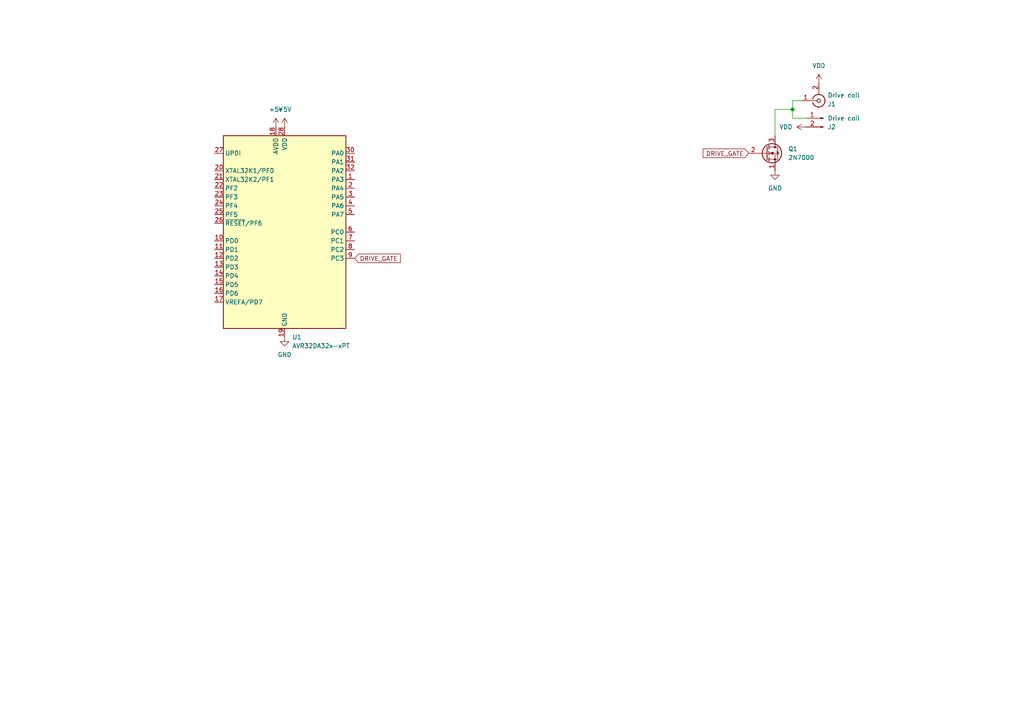
<source format=kicad_sch>
(kicad_sch (version 20231120) (generator "eeschema") (generator_version "8.0")
  (paper "A4")
  (lib_symbols
    (symbol "Connector:Conn_01x02_Pin" (pin_names (offset 1.016) hide)
      (property "Reference" "J" (at 0 2.54 0))
      (property "Value" "Conn_01x02_Pin" (at 0 -5.08 0))
      (symbol "Conn_01x02_Pin_1_1"
        (polyline (pts (xy 1.27 -2.54) (xy 0.8636 -2.54)) (stroke (width 0.1524)))
        (polyline (pts (xy 1.27 0) (xy 0.8636 0)) (stroke (width 0.1524)))
        (rectangle (start 0.8636 -2.413) (end 0 -2.667) (stroke (width 0.1524)) (fill (type outline)))
        (rectangle (start 0.8636 0.127) (end 0 -0.127) (stroke (width 0.1524)) (fill (type outline)))
        (pin passive line (at 5.08 0 180) (length 3.81) (name "Pin_1") (number "1"))
        (pin passive line (at 5.08 -2.54 180) (length 3.81) (name "Pin_2") (number "2"))
      )
    )
    (symbol "Connector:Conn_Coaxial" (pin_names (offset 1.016) hide)
      (property "Reference" "J" (at 0.254 3.048 0))
      (property "Value" "Conn_Coaxial" (at 2.921 0 90))
      (symbol "Conn_Coaxial_0_1"
        (arc (start -1.778 -0.508) (mid 0.2311 -1.8066) (end 1.778 0) (stroke (width 0.254)))
        (polyline (pts (xy -2.54 0) (xy -0.508 0)))
        (polyline (pts (xy 0 -2.54) (xy 0 -1.778)))
        (circle (center 0 0) (radius 0.508) (stroke (width 0.2032)))
        (arc (start 1.778 0) (mid 0.2099 1.8101) (end -1.778 0.508) (stroke (width 0.254)))
      )
      (symbol "Conn_Coaxial_1_1"
        (pin passive line (at -5.08 0 0) (length 2.54) (name "In") (number "1"))
        (pin passive line (at 0 -5.08 90) (length 2.54) (name "Ext") (number "2"))
      )
    )
    (symbol "MCU_Microchip_AVR_Dx:AVR32DA32x-xPT"
      (property "Reference" "U" (at -17.78 29.21 0))
      (property "Value" "AVR32DA32x-xPT" (at 2.54 -29.21 0))
      (symbol "AVR32DA32x-xPT_0_1"
        (rectangle (start -17.78 27.94) (end 17.78 -27.94) (stroke (width 0.254)) (fill (type background)))
      )
      (symbol "AVR32DA32x-xPT_1_1"
        (pin bidirectional line (at 20.32 15.24 180) (length 2.54) (name "PA3") (number "1"))
        (pin bidirectional line (at -20.32 -2.54 0) (length 2.54) (name "PD0") (number "10"))
        (pin bidirectional line (at -20.32 -5.08 0) (length 2.54) (name "PD1") (number "11"))
        (pin bidirectional line (at -20.32 -7.62 0) (length 2.54) (name "PD2") (number "12"))
        (pin bidirectional line (at -20.32 -10.16 0) (length 2.54) (name "PD3") (number "13"))
        (pin bidirectional line (at -20.32 -12.7 0) (length 2.54) (name "PD4") (number "14"))
        (pin bidirectional line (at -20.32 -15.24 0) (length 2.54) (name "PD5") (number "15"))
        (pin bidirectional line (at -20.32 -17.78 0) (length 2.54) (name "PD6") (number "16"))
        (pin bidirectional line (at -20.32 -20.32 0) (length 2.54) (name "VREFA/PD7") (number "17"))
        (pin power_in line (at -2.54 30.48 270) (length 2.54) (name "AVDD") (number "18"))
        (pin power_in line (at 0 -30.48 90) (length 2.54) (name "GND") (number "19"))
        (pin bidirectional line (at 20.32 12.7 180) (length 2.54) (name "PA4") (number "2"))
        (pin bidirectional line (at -20.32 17.78 0) (length 2.54) (name "XTAL32K1/PF0") (number "20"))
        (pin bidirectional line (at -20.32 15.24 0) (length 2.54) (name "XTAL32K2/PF1") (number "21"))
        (pin bidirectional line (at -20.32 12.7 0) (length 2.54) (name "PF2") (number "22"))
        (pin bidirectional line (at -20.32 10.16 0) (length 2.54) (name "PF3") (number "23"))
        (pin bidirectional line (at -20.32 7.62 0) (length 2.54) (name "PF4") (number "24"))
        (pin bidirectional line (at -20.32 5.08 0) (length 2.54) (name "PF5") (number "25"))
        (pin bidirectional line (at -20.32 2.54 0) (length 2.54) (name "~{RESET}/PF6") (number "26"))
        (pin input line (at -20.32 22.86 0) (length 2.54) (name "UPDI") (number "27"))
        (pin power_in line (at 0 30.48 270) (length 2.54) (name "VDD") (number "28"))
        (pin passive line (at 0 -30.48 90) (length 2.54) hide (name "GND") (number "29"))
        (pin bidirectional line (at 20.32 10.16 180) (length 2.54) (name "PA5") (number "3"))
        (pin bidirectional line (at 20.32 22.86 180) (length 2.54) (name "PA0") (number "30"))
        (pin bidirectional line (at 20.32 20.32 180) (length 2.54) (name "PA1") (number "31"))
        (pin bidirectional line (at 20.32 17.78 180) (length 2.54) (name "PA2") (number "32"))
        (pin bidirectional line (at 20.32 7.62 180) (length 2.54) (name "PA6") (number "4"))
        (pin bidirectional line (at 20.32 5.08 180) (length 2.54) (name "PA7") (number "5"))
        (pin bidirectional line (at 20.32 0 180) (length 2.54) (name "PC0") (number "6"))
        (pin bidirectional line (at 20.32 -2.54 180) (length 2.54) (name "PC1") (number "7"))
        (pin bidirectional line (at 20.32 -5.08 180) (length 2.54) (name "PC2") (number "8"))
        (pin bidirectional line (at 20.32 -7.62 180) (length 2.54) (name "PC3") (number "9"))
      )
    )
    (symbol "Transistor_FET:2N7000" (pin_names hide)
      (property "Reference" "Q" (at 5.08 1.905 0))
      (property "Value" "2N7000" (at 5.08 0 0))
      (symbol "2N7000_0_1"
        (polyline (pts (xy 0.254 0) (xy -2.54 0)))
        (polyline (pts (xy 0.254 1.905) (xy 0.254 -1.905)) (stroke (width 0.254)))
        (polyline (pts (xy 0.762 -1.27) (xy 0.762 -2.286)) (stroke (width 0.254)))
        (polyline (pts (xy 0.762 0.508) (xy 0.762 -0.508)) (stroke (width 0.254)))
        (polyline (pts (xy 0.762 2.286) (xy 0.762 1.27)) (stroke (width 0.254)))
        (polyline (pts (xy 2.54 2.54) (xy 2.54 1.778)))
        (polyline (pts (xy 2.54 -2.54) (xy 2.54 0) (xy 0.762 0)))
        (polyline (pts (xy 0.762 -1.778) (xy 3.302 -1.778) (xy 3.302 1.778) (xy 0.762 1.778)))
        (polyline (pts (xy 1.016 0) (xy 2.032 0.381) (xy 2.032 -0.381) (xy 1.016 0)) (fill (type outline)))
        (polyline (pts (xy 2.794 0.508) (xy 2.921 0.381) (xy 3.683 0.381) (xy 3.81 0.254)))
        (polyline (pts (xy 3.302 0.381) (xy 2.921 -0.254) (xy 3.683 -0.254) (xy 3.302 0.381)))
        (circle (center 1.651 0) (radius 2.794) (stroke (width 0.254)))
        (circle (center 2.54 -1.778) (radius 0.254) (fill (type outline)))
        (circle (center 2.54 1.778) (radius 0.254) (fill (type outline)))
      )
      (symbol "2N7000_1_1"
        (pin passive line (at 2.54 -5.08 90) (length 2.54) (name "S") (number "1"))
        (pin input line (at -5.08 0 0) (length 2.54) (name "G") (number "2"))
        (pin passive line (at 2.54 5.08 270) (length 2.54) (name "D") (number "3"))
      )
    )
    (symbol "power:+5V" (power) (pin_numbers hide) (pin_names (offset 0) hide)
      (property "Value" "+5V" (at 0 3.556 0))
      (symbol "+5V_0_1"
        (polyline (pts (xy -0.762 1.27) (xy 0 2.54)))
        (polyline (pts (xy 0 0) (xy 0 2.54)))
        (polyline (pts (xy 0 2.54) (xy 0.762 1.27)))
      )
      (symbol "+5V_1_1"
        (pin power_in line (at 0 0 90) (length 0) (name "~") (number "1"))
      )
    )
    (symbol "power:GND" (power) (pin_numbers hide) (pin_names (offset 0) hide)
      (property "Value" "GND" (at 0 -3.81 0))
      (symbol "GND_0_1"
        (polyline (pts (xy 0 0) (xy 0 -1.27) (xy 1.27 -1.27) (xy 0 -2.54) (xy -1.27 -1.27) (xy 0 -1.27)))
      )
      (symbol "GND_1_1"
        (pin power_in line (at 0 0 270) (length 0) (name "~") (number "1"))
      )
    )
    (symbol "power:VDD" (power) (pin_numbers hide) (pin_names (offset 0) hide)
      (property "Value" "VDD" (at 0 3.556 0))
      (symbol "VDD_0_1"
        (polyline (pts (xy -0.762 1.27) (xy 0 2.54)))
        (polyline (pts (xy 0 0) (xy 0 2.54)))
        (polyline (pts (xy 0 2.54) (xy 0.762 1.27)))
      )
      (symbol "VDD_1_1"
        (pin power_in line (at 0 0 90) (length 0) (name "~") (number "1"))
      )
    )
  )
  (junction (at 229.87 31.75))
  (wire (pts (xy 224.79 31.75) (xy 229.87 31.75)))
  (wire (pts (xy 233.68 34.29) (xy 229.87 34.29)))
  (wire (pts (xy 229.87 29.21) (xy 232.41 29.21)))
  (wire (pts (xy 229.87 31.75) (xy 229.87 29.21)))
  (wire (pts (xy 224.79 39.37) (xy 224.79 31.75)))
  (wire (pts (xy 229.87 34.29) (xy 229.87 31.75)))
  (global_label "DRIVE_GATE" (shape input) (at 217.17 44.45 180) (property "Intersheetrefs" "${INTERSHEET_REFS}" (effects (hide yes))))
  (global_label "DRIVE_GATE" (shape input) (at 102.87 74.93 0) (property "Intersheetrefs" "${INTERSHEET_REFS}" (effects (hide yes))))
  (symbol (lib_id "Connector:Conn_01x02_Pin") (at 238.76 34.29 0) (mirror y) (unit 1)
    (property "Reference" "J2" (at 240.03 36.8301 0) (effects (justify right)))
    (property "Value" "Drive coil" (at 240.03 34.2901 0) (effects (justify right)))
    (property "Description" "Generic connector, single row, 01x02, script generated" (effects (hide yes)))
  )
  (symbol (lib_id "Transistor_FET:2N7000") (at 222.25 44.45 0) (unit 1)
    (property "Reference" "Q1" (at 228.6 43.1799 0) (effects (justify left)))
    (property "Value" "2N7000" (at 228.6 45.7199 0) (effects (justify left)))
    (property "Footprint" "Package_TO_SOT_THT:TO-92_Inline" (effects (hide yes)))
    (property "Datasheet" "https://www.vishay.com/docs/70226/70226.pdf" (effects (hide yes)))
    (property "Description" "0.2A Id, 200V Vds, N-Channel MOSFET, 2.6V Logic Level, TO-92" (effects (hide yes)))
  )
  (symbol (lib_id "power:+5V") (at 80.01 36.83 0) (unit 1)
    (property "Reference" "#PWR06" (effects (hide yes)))
    (property "Value" "+5V" (at 80.01 31.75 0))
    (property "Description" "Power symbol creates a global label with name \"+5V\"" (effects (hide yes)))
  )
  (symbol (lib_id "power:+5V") (at 82.55 36.83 0) (unit 1)
    (property "Reference" "#PWR05" (effects (hide yes)))
    (property "Value" "+5V" (at 82.55 31.75 0))
    (property "Description" "Power symbol creates a global label with name \"+5V\"" (effects (hide yes)))
  )
  (symbol (lib_id "power:GND") (at 224.79 49.53 0) (unit 1)
    (property "Reference" "#PWR01" (effects (hide yes)))
    (property "Value" "GND" (at 224.79 54.61 0))
    (property "Description" "Power symbol creates a global label with name \"GND\" , ground" (effects (hide yes)))
  )
  (symbol (lib_id "MCU_Microchip_AVR_Dx:AVR32DA32x-xPT") (at 82.55 67.31 0) (unit 1)
    (property "Reference" "U1" (at 84.7441 97.79 0) (effects (justify left)))
    (property "Value" "AVR32DA32x-xPT" (at 84.7441 100.33 0) (effects (justify left)))
    (property "Footprint" "Package_QFP:TQFP-32_7x7mm_P0.8mm" (effects (hide yes)))
    (property "Datasheet" "https://ww1.microchip.com/downloads/en/DeviceDoc/AVR32DA28-32-48-Data-Sheet-40002228B.pdf" (effects (hide yes)))
    (property "Description" "24MHz, 32kB Flash, 4kB SRAM, EEPROM with Touch Sensing, TQFP-32" (effects (hide yes)))
  )
  (symbol (lib_id "power:VDD") (at 233.68 36.83 90) (unit 1)
    (property "Reference" "#PWR03" (effects (hide yes)))
    (property "Value" "VDD" (at 229.87 36.8299 90) (effects (justify left)))
    (property "Description" "Power symbol creates a global label with name \"VDD\"" (effects (hide yes)))
  )
  (symbol (lib_id "power:VDD") (at 237.49 24.13 0) (mirror y) (unit 1)
    (property "Reference" "#PWR02" (effects (hide yes)))
    (property "Value" "VDD" (at 237.49 19.05 0))
    (property "Description" "Power symbol creates a global label with name \"VDD\"" (effects (hide yes)))
  )
  (symbol (lib_id "power:GND") (at 82.55 97.79 0) (unit 1)
    (property "Reference" "#PWR04" (effects (hide yes)))
    (property "Value" "GND" (at 82.55 102.87 0))
    (property "Description" "Power symbol creates a global label with name \"GND\" , ground" (effects (hide yes)))
  )
  (symbol (lib_id "Connector:Conn_Coaxial") (at 237.49 29.21 0) (mirror x) (unit 1)
    (property "Reference" "J1" (at 240.03 30.1869 0) (effects (justify left)))
    (property "Value" "Drive coil" (at 240.03 27.6469 0) (effects (justify left)))
    (property "Description" "coaxial connector (BNC, SMA, SMB, SMC, Cinch/RCA, LEMO, ...)" (effects (hide yes)))
  )
)
</source>
